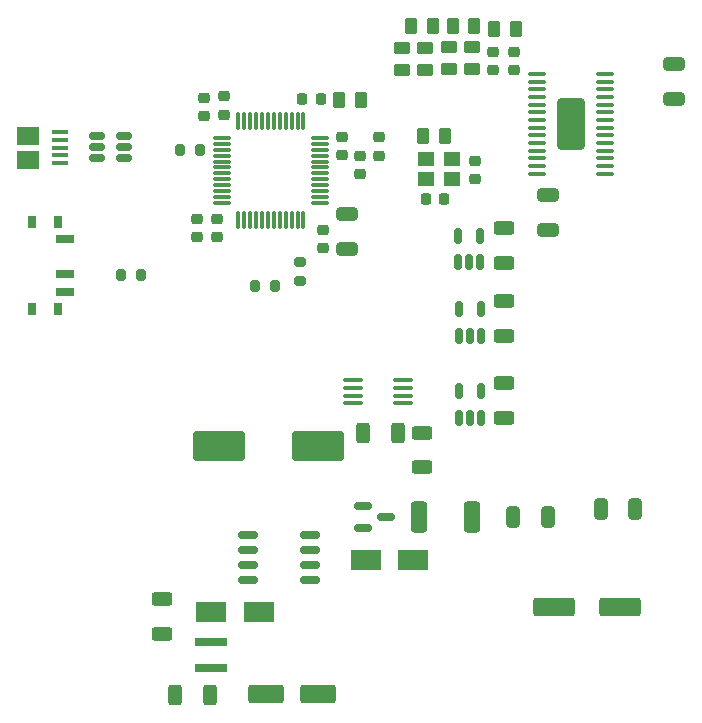
<source format=gbr>
%TF.GenerationSoftware,KiCad,Pcbnew,(6.0.5)*%
%TF.CreationDate,2022-05-23T21:52:17-04:00*%
%TF.ProjectId,HVAC_STM32_Motor_Controller,48564143-5f53-4544-9d33-325f4d6f746f,rev?*%
%TF.SameCoordinates,Original*%
%TF.FileFunction,Paste,Top*%
%TF.FilePolarity,Positive*%
%FSLAX46Y46*%
G04 Gerber Fmt 4.6, Leading zero omitted, Abs format (unit mm)*
G04 Created by KiCad (PCBNEW (6.0.5)) date 2022-05-23 21:52:17*
%MOMM*%
%LPD*%
G01*
G04 APERTURE LIST*
G04 Aperture macros list*
%AMRoundRect*
0 Rectangle with rounded corners*
0 $1 Rounding radius*
0 $2 $3 $4 $5 $6 $7 $8 $9 X,Y pos of 4 corners*
0 Add a 4 corners polygon primitive as box body*
4,1,4,$2,$3,$4,$5,$6,$7,$8,$9,$2,$3,0*
0 Add four circle primitives for the rounded corners*
1,1,$1+$1,$2,$3*
1,1,$1+$1,$4,$5*
1,1,$1+$1,$6,$7*
1,1,$1+$1,$8,$9*
0 Add four rect primitives between the rounded corners*
20,1,$1+$1,$2,$3,$4,$5,0*
20,1,$1+$1,$4,$5,$6,$7,0*
20,1,$1+$1,$6,$7,$8,$9,0*
20,1,$1+$1,$8,$9,$2,$3,0*%
G04 Aperture macros list end*
%ADD10RoundRect,0.250000X0.625000X-0.312500X0.625000X0.312500X-0.625000X0.312500X-0.625000X-0.312500X0*%
%ADD11RoundRect,0.250000X-0.650000X0.325000X-0.650000X-0.325000X0.650000X-0.325000X0.650000X0.325000X0*%
%ADD12RoundRect,0.150000X-0.512500X-0.150000X0.512500X-0.150000X0.512500X0.150000X-0.512500X0.150000X0*%
%ADD13RoundRect,0.250000X0.650000X-0.325000X0.650000X0.325000X-0.650000X0.325000X-0.650000X-0.325000X0*%
%ADD14RoundRect,0.250000X-0.262500X-0.450000X0.262500X-0.450000X0.262500X0.450000X-0.262500X0.450000X0*%
%ADD15RoundRect,0.200000X0.200000X0.275000X-0.200000X0.275000X-0.200000X-0.275000X0.200000X-0.275000X0*%
%ADD16RoundRect,0.225000X-0.250000X0.225000X-0.250000X-0.225000X0.250000X-0.225000X0.250000X0.225000X0*%
%ADD17RoundRect,0.250000X0.262500X0.450000X-0.262500X0.450000X-0.262500X-0.450000X0.262500X-0.450000X0*%
%ADD18RoundRect,0.218750X-0.256250X0.218750X-0.256250X-0.218750X0.256250X-0.218750X0.256250X0.218750X0*%
%ADD19RoundRect,0.250000X-0.450000X0.262500X-0.450000X-0.262500X0.450000X-0.262500X0.450000X0.262500X0*%
%ADD20RoundRect,0.218750X0.218750X0.256250X-0.218750X0.256250X-0.218750X-0.256250X0.218750X-0.256250X0*%
%ADD21R,1.400000X1.200000*%
%ADD22RoundRect,0.225000X0.250000X-0.225000X0.250000X0.225000X-0.250000X0.225000X-0.250000X-0.225000X0*%
%ADD23RoundRect,0.250000X1.950000X1.000000X-1.950000X1.000000X-1.950000X-1.000000X1.950000X-1.000000X0*%
%ADD24RoundRect,0.250000X-0.625000X0.312500X-0.625000X-0.312500X0.625000X-0.312500X0.625000X0.312500X0*%
%ADD25RoundRect,0.250000X0.325000X0.650000X-0.325000X0.650000X-0.325000X-0.650000X0.325000X-0.650000X0*%
%ADD26RoundRect,0.200000X-0.200000X-0.275000X0.200000X-0.275000X0.200000X0.275000X-0.200000X0.275000X0*%
%ADD27RoundRect,0.150000X0.150000X-0.512500X0.150000X0.512500X-0.150000X0.512500X-0.150000X-0.512500X0*%
%ADD28R,2.500000X1.800000*%
%ADD29RoundRect,0.150000X-0.587500X-0.150000X0.587500X-0.150000X0.587500X0.150000X-0.587500X0.150000X0*%
%ADD30RoundRect,0.100000X-0.712500X-0.100000X0.712500X-0.100000X0.712500X0.100000X-0.712500X0.100000X0*%
%ADD31R,0.800000X1.000000*%
%ADD32R,1.500000X0.700000*%
%ADD33RoundRect,0.250000X-1.250000X-0.550000X1.250000X-0.550000X1.250000X0.550000X-1.250000X0.550000X0*%
%ADD34R,1.350000X0.400000*%
%ADD35R,1.900000X1.500000*%
%ADD36RoundRect,0.200000X-0.275000X0.200000X-0.275000X-0.200000X0.275000X-0.200000X0.275000X0.200000X0*%
%ADD37RoundRect,0.250000X0.450000X-0.262500X0.450000X0.262500X-0.450000X0.262500X-0.450000X-0.262500X0*%
%ADD38RoundRect,0.225000X0.225000X0.250000X-0.225000X0.250000X-0.225000X-0.250000X0.225000X-0.250000X0*%
%ADD39RoundRect,0.250000X-0.312500X-0.625000X0.312500X-0.625000X0.312500X0.625000X-0.312500X0.625000X0*%
%ADD40RoundRect,0.250000X0.425000X1.075000X-0.425000X1.075000X-0.425000X-1.075000X0.425000X-1.075000X0*%
%ADD41RoundRect,0.250001X0.899999X1.924999X-0.899999X1.924999X-0.899999X-1.924999X0.899999X-1.924999X0*%
%ADD42RoundRect,0.100000X0.637500X0.100000X-0.637500X0.100000X-0.637500X-0.100000X0.637500X-0.100000X0*%
%ADD43RoundRect,0.250000X-0.325000X-0.650000X0.325000X-0.650000X0.325000X0.650000X-0.325000X0.650000X0*%
%ADD44RoundRect,0.250000X-1.500000X-0.550000X1.500000X-0.550000X1.500000X0.550000X-1.500000X0.550000X0*%
%ADD45RoundRect,0.150000X0.675000X0.150000X-0.675000X0.150000X-0.675000X-0.150000X0.675000X-0.150000X0*%
%ADD46RoundRect,0.250000X0.312500X0.625000X-0.312500X0.625000X-0.312500X-0.625000X0.312500X-0.625000X0*%
%ADD47R,2.700000X0.800000*%
%ADD48RoundRect,0.075000X0.662500X0.075000X-0.662500X0.075000X-0.662500X-0.075000X0.662500X-0.075000X0*%
%ADD49RoundRect,0.075000X0.075000X0.662500X-0.075000X0.662500X-0.075000X-0.662500X0.075000X-0.662500X0*%
G04 APERTURE END LIST*
D10*
%TO.C,R4*%
X112700000Y-118462500D03*
X112700000Y-115537500D03*
%TD*%
D11*
%TO.C,C18*%
X145400000Y-81325000D03*
X145400000Y-84275000D03*
%TD*%
D12*
%TO.C,U3*%
X107212500Y-76300000D03*
X107212500Y-77250000D03*
X107212500Y-78200000D03*
X109487500Y-78200000D03*
X109487500Y-77250000D03*
X109487500Y-76300000D03*
%TD*%
D13*
%TO.C,C1*%
X128400000Y-85925000D03*
X128400000Y-82975000D03*
%TD*%
D14*
%TO.C,R16*%
X140837500Y-67250000D03*
X142662500Y-67250000D03*
%TD*%
D15*
%TO.C,R5*%
X110925000Y-88125000D03*
X109275000Y-88125000D03*
%TD*%
D16*
%TO.C,C8*%
X116237500Y-73075000D03*
X116237500Y-74625000D03*
%TD*%
D17*
%TO.C,R7*%
X136662500Y-76350000D03*
X134837500Y-76350000D03*
%TD*%
D18*
%TO.C,L2*%
X131050000Y-76412500D03*
X131050000Y-77987500D03*
%TD*%
D19*
%TO.C,R20*%
X139000000Y-68837500D03*
X139000000Y-70662500D03*
%TD*%
D20*
%TO.C,D1*%
X126137500Y-73200000D03*
X124562500Y-73200000D03*
%TD*%
D21*
%TO.C,Y1*%
X135050000Y-79950000D03*
X137250000Y-79950000D03*
X137250000Y-78250000D03*
X135050000Y-78250000D03*
%TD*%
D22*
%TO.C,C6*%
X117337500Y-84925000D03*
X117337500Y-83375000D03*
%TD*%
D23*
%TO.C,C7*%
X125900000Y-102600000D03*
X117500000Y-102600000D03*
%TD*%
D22*
%TO.C,C4*%
X115637500Y-84925000D03*
X115637500Y-83375000D03*
%TD*%
D24*
%TO.C,R13*%
X134700000Y-101437500D03*
X134700000Y-104362500D03*
%TD*%
D25*
%TO.C,C14*%
X145400000Y-108600000D03*
X142450000Y-108600000D03*
%TD*%
D22*
%TO.C,C10*%
X129500000Y-79575000D03*
X129500000Y-78025000D03*
%TD*%
D26*
%TO.C,R6*%
X120625000Y-89050000D03*
X122275000Y-89050000D03*
%TD*%
D27*
%TO.C,U8*%
X137850000Y-93237500D03*
X138800000Y-93237500D03*
X139750000Y-93237500D03*
X139750000Y-90962500D03*
X137850000Y-90962500D03*
%TD*%
D14*
%TO.C,R19*%
X137337500Y-67000000D03*
X139162500Y-67000000D03*
%TD*%
D28*
%TO.C,D3*%
X130000000Y-112200000D03*
X134000000Y-112200000D03*
%TD*%
D29*
%TO.C,Q1*%
X129762500Y-107650000D03*
X129762500Y-109550000D03*
X131637500Y-108600000D03*
%TD*%
D30*
%TO.C,U7*%
X128887500Y-97025000D03*
X128887500Y-97675000D03*
X128887500Y-98325000D03*
X128887500Y-98975000D03*
X133112500Y-98975000D03*
X133112500Y-98325000D03*
X133112500Y-97675000D03*
X133112500Y-97025000D03*
%TD*%
D27*
%TO.C,U5*%
X137750000Y-87037500D03*
X138700000Y-87037500D03*
X139650000Y-87037500D03*
X139650000Y-84762500D03*
X137750000Y-84762500D03*
%TD*%
D31*
%TO.C,SW1*%
X101670000Y-83650000D03*
X103880000Y-83650000D03*
X103880000Y-90950000D03*
X101670000Y-90950000D03*
D32*
X104530000Y-85050000D03*
X104530000Y-88050000D03*
X104530000Y-89550000D03*
%TD*%
D33*
%TO.C,C5*%
X121500000Y-123600000D03*
X125900000Y-123600000D03*
%TD*%
D19*
%TO.C,R9*%
X133000000Y-68887500D03*
X133000000Y-70712500D03*
%TD*%
D34*
%TO.C,J5*%
X104062500Y-76025000D03*
X104062500Y-76675000D03*
X104062500Y-77325000D03*
X104062500Y-77975000D03*
X104062500Y-78625000D03*
D35*
X101362500Y-76325000D03*
X101362500Y-78325000D03*
%TD*%
D22*
%TO.C,C12*%
X139250000Y-79975000D03*
X139250000Y-78425000D03*
%TD*%
D14*
%TO.C,R1*%
X127737500Y-73262500D03*
X129562500Y-73262500D03*
%TD*%
D36*
%TO.C,R8*%
X124400000Y-86975000D03*
X124400000Y-88625000D03*
%TD*%
D10*
%TO.C,R15*%
X141700000Y-93262500D03*
X141700000Y-90337500D03*
%TD*%
D22*
%TO.C,C16*%
X142500000Y-70775000D03*
X142500000Y-69225000D03*
%TD*%
D14*
%TO.C,R14*%
X133837500Y-67000000D03*
X135662500Y-67000000D03*
%TD*%
D15*
%TO.C,R2*%
X115925000Y-77550000D03*
X114275000Y-77550000D03*
%TD*%
D37*
%TO.C,R17*%
X135000000Y-70712500D03*
X135000000Y-68887500D03*
%TD*%
D38*
%TO.C,C11*%
X136625000Y-81650000D03*
X135075000Y-81650000D03*
%TD*%
D16*
%TO.C,C9*%
X127950000Y-76425000D03*
X127950000Y-77975000D03*
%TD*%
D39*
%TO.C,R12*%
X129737500Y-101500000D03*
X132662500Y-101500000D03*
%TD*%
D18*
%TO.C,D4*%
X140750000Y-69212500D03*
X140750000Y-70787500D03*
%TD*%
D40*
%TO.C,F1*%
X138950000Y-108600000D03*
X134450000Y-108600000D03*
%TD*%
D41*
%TO.C,U4*%
X147350000Y-75300000D03*
D42*
X150212500Y-79525000D03*
X150212500Y-78875000D03*
X150212500Y-78225000D03*
X150212500Y-77575000D03*
X150212500Y-76925000D03*
X150212500Y-76275000D03*
X150212500Y-75625000D03*
X150212500Y-74975000D03*
X150212500Y-74325000D03*
X150212500Y-73675000D03*
X150212500Y-73025000D03*
X150212500Y-72375000D03*
X150212500Y-71725000D03*
X150212500Y-71075000D03*
X144487500Y-71075000D03*
X144487500Y-71725000D03*
X144487500Y-72375000D03*
X144487500Y-73025000D03*
X144487500Y-73675000D03*
X144487500Y-74325000D03*
X144487500Y-74975000D03*
X144487500Y-75625000D03*
X144487500Y-76275000D03*
X144487500Y-76925000D03*
X144487500Y-77575000D03*
X144487500Y-78225000D03*
X144487500Y-78875000D03*
X144487500Y-79525000D03*
%TD*%
D16*
%TO.C,C3*%
X117937500Y-72975000D03*
X117937500Y-74525000D03*
%TD*%
D28*
%TO.C,D2*%
X116900000Y-116600000D03*
X120900000Y-116600000D03*
%TD*%
D43*
%TO.C,C15*%
X149850000Y-107900000D03*
X152800000Y-107900000D03*
%TD*%
D44*
%TO.C,C13*%
X145900000Y-116200000D03*
X151500000Y-116200000D03*
%TD*%
D45*
%TO.C,U2*%
X125225000Y-113905000D03*
X125225000Y-112635000D03*
X125225000Y-111365000D03*
X125225000Y-110095000D03*
X119975000Y-110095000D03*
X119975000Y-111365000D03*
X119975000Y-112635000D03*
X119975000Y-113905000D03*
%TD*%
D46*
%TO.C,R3*%
X116762500Y-123700000D03*
X113837500Y-123700000D03*
%TD*%
D10*
%TO.C,R10*%
X141700000Y-87062500D03*
X141700000Y-84137500D03*
%TD*%
%TO.C,R11*%
X141700000Y-100200000D03*
X141700000Y-97275000D03*
%TD*%
D13*
%TO.C,C17*%
X156100000Y-73175000D03*
X156100000Y-70225000D03*
%TD*%
D47*
%TO.C,L1*%
X116900000Y-119200000D03*
X116900000Y-121400000D03*
%TD*%
D22*
%TO.C,C2*%
X126337500Y-85825000D03*
X126337500Y-84275000D03*
%TD*%
D48*
%TO.C,U1*%
X126100000Y-82000000D03*
X126100000Y-81500000D03*
X126100000Y-81000000D03*
X126100000Y-80500000D03*
X126100000Y-80000000D03*
X126100000Y-79500000D03*
X126100000Y-79000000D03*
X126100000Y-78500000D03*
X126100000Y-78000000D03*
X126100000Y-77500000D03*
X126100000Y-77000000D03*
X126100000Y-76500000D03*
D49*
X124687500Y-75087500D03*
X124187500Y-75087500D03*
X123687500Y-75087500D03*
X123187500Y-75087500D03*
X122687500Y-75087500D03*
X122187500Y-75087500D03*
X121687500Y-75087500D03*
X121187500Y-75087500D03*
X120687500Y-75087500D03*
X120187500Y-75087500D03*
X119687500Y-75087500D03*
X119187500Y-75087500D03*
D48*
X117775000Y-76500000D03*
X117775000Y-77000000D03*
X117775000Y-77500000D03*
X117775000Y-78000000D03*
X117775000Y-78500000D03*
X117775000Y-79000000D03*
X117775000Y-79500000D03*
X117775000Y-80000000D03*
X117775000Y-80500000D03*
X117775000Y-81000000D03*
X117775000Y-81500000D03*
X117775000Y-82000000D03*
D49*
X119187500Y-83412500D03*
X119687500Y-83412500D03*
X120187500Y-83412500D03*
X120687500Y-83412500D03*
X121187500Y-83412500D03*
X121687500Y-83412500D03*
X122187500Y-83412500D03*
X122687500Y-83412500D03*
X123187500Y-83412500D03*
X123687500Y-83412500D03*
X124187500Y-83412500D03*
X124687500Y-83412500D03*
%TD*%
D27*
%TO.C,U6*%
X137850000Y-100175000D03*
X138800000Y-100175000D03*
X139750000Y-100175000D03*
X139750000Y-97900000D03*
X137850000Y-97900000D03*
%TD*%
D19*
%TO.C,R18*%
X137000000Y-68837500D03*
X137000000Y-70662500D03*
%TD*%
M02*

</source>
